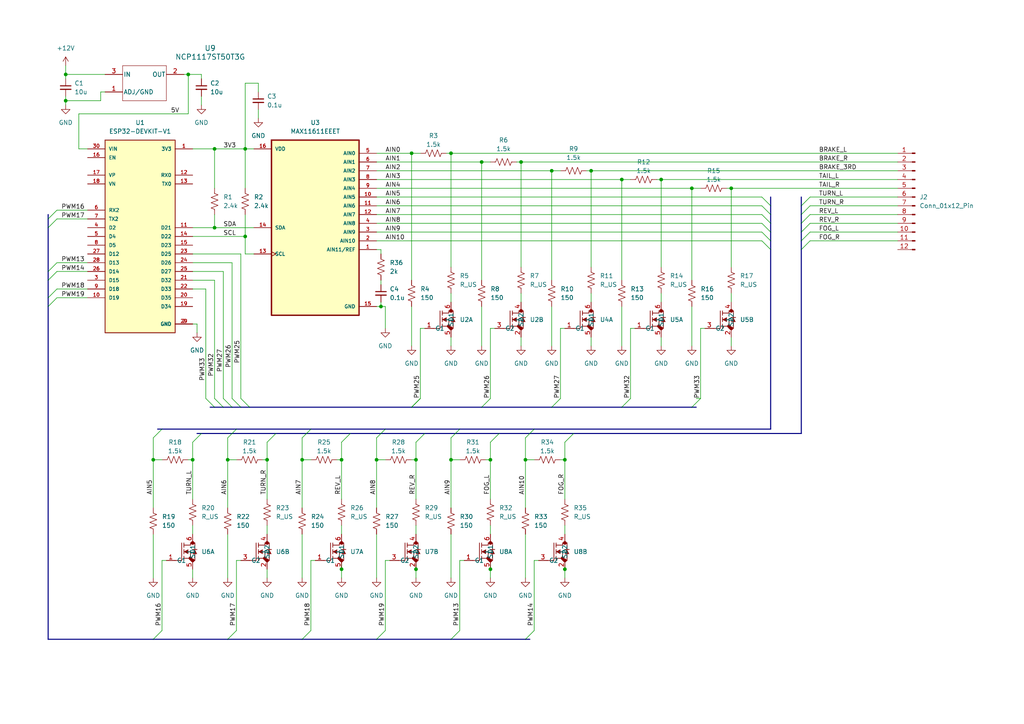
<source format=kicad_sch>
(kicad_sch (version 20230121) (generator eeschema)
  (paper "A4")
  (title_block (rev "1"))
  (lib_symbols
    (symbol "Connector:Conn_01x12_Pin" (pin_names (offset 1.016) hide)
      (property "Reference" "J" (at 0 15.24 0))
      (property "Value" "Conn_01x12_Pin" (at 0 -17.78 0))
      (symbol "Conn_01x12_Pin_1_1"
        (polyline (pts (xy 1.27 -15.24) (xy 0.8636 -15.24)) (stroke (width 0.1524)))
        (polyline (pts (xy 1.27 -12.7) (xy 0.8636 -12.7)) (stroke (width 0.1524)))
        (polyline (pts (xy 1.27 -10.16) (xy 0.8636 -10.16)) (stroke (width 0.1524)))
        (polyline (pts (xy 1.27 -7.62) (xy 0.8636 -7.62)) (stroke (width 0.1524)))
        (polyline (pts (xy 1.27 -5.08) (xy 0.8636 -5.08)) (stroke (width 0.1524)))
        (polyline (pts (xy 1.27 -2.54) (xy 0.8636 -2.54)) (stroke (width 0.1524)))
        (polyline (pts (xy 1.27 0) (xy 0.8636 0)) (stroke (width 0.1524)))
        (polyline (pts (xy 1.27 2.54) (xy 0.8636 2.54)) (stroke (width 0.1524)))
        (polyline (pts (xy 1.27 5.08) (xy 0.8636 5.08)) (stroke (width 0.1524)))
        (polyline (pts (xy 1.27 7.62) (xy 0.8636 7.62)) (stroke (width 0.1524)))
        (polyline (pts (xy 1.27 10.16) (xy 0.8636 10.16)) (stroke (width 0.1524)))
        (polyline (pts (xy 1.27 12.7) (xy 0.8636 12.7)) (stroke (width 0.1524)))
        (rectangle (start 0.8636 -15.113) (end 0 -15.367) (stroke (width 0.1524)) (fill (type outline)))
        (rectangle (start 0.8636 -12.573) (end 0 -12.827) (stroke (width 0.1524)) (fill (type outline)))
        (rectangle (start 0.8636 -10.033) (end 0 -10.287) (stroke (width 0.1524)) (fill (type outline)))
        (rectangle (start 0.8636 -7.493) (end 0 -7.747) (stroke (width 0.1524)) (fill (type outline)))
        (rectangle (start 0.8636 -4.953) (end 0 -5.207) (stroke (width 0.1524)) (fill (type outline)))
        (rectangle (start 0.8636 -2.413) (end 0 -2.667) (stroke (width 0.1524)) (fill (type outline)))
        (rectangle (start 0.8636 0.127) (end 0 -0.127) (stroke (width 0.1524)) (fill (type outline)))
        (rectangle (start 0.8636 2.667) (end 0 2.413) (stroke (width 0.1524)) (fill (type outline)))
        (rectangle (start 0.8636 5.207) (end 0 4.953) (stroke (width 0.1524)) (fill (type outline)))
        (rectangle (start 0.8636 7.747) (end 0 7.493) (stroke (width 0.1524)) (fill (type outline)))
        (rectangle (start 0.8636 10.287) (end 0 10.033) (stroke (width 0.1524)) (fill (type outline)))
        (rectangle (start 0.8636 12.827) (end 0 12.573) (stroke (width 0.1524)) (fill (type outline)))
        (pin passive line (at 5.08 12.7 180) (length 3.81) (name "Pin_1") (number "1"))
        (pin passive line (at 5.08 -10.16 180) (length 3.81) (name "Pin_10") (number "10"))
        (pin passive line (at 5.08 -12.7 180) (length 3.81) (name "Pin_11") (number "11"))
        (pin passive line (at 5.08 -15.24 180) (length 3.81) (name "Pin_12") (number "12"))
        (pin passive line (at 5.08 10.16 180) (length 3.81) (name "Pin_2") (number "2"))
        (pin passive line (at 5.08 7.62 180) (length 3.81) (name "Pin_3") (number "3"))
        (pin passive line (at 5.08 5.08 180) (length 3.81) (name "Pin_4") (number "4"))
        (pin passive line (at 5.08 2.54 180) (length 3.81) (name "Pin_5") (number "5"))
        (pin passive line (at 5.08 0 180) (length 3.81) (name "Pin_6") (number "6"))
        (pin passive line (at 5.08 -2.54 180) (length 3.81) (name "Pin_7") (number "7"))
        (pin passive line (at 5.08 -5.08 180) (length 3.81) (name "Pin_8") (number "8"))
        (pin passive line (at 5.08 -7.62 180) (length 3.81) (name "Pin_9") (number "9"))
      )
    )
    (symbol "Device:C_Small" (pin_numbers hide) (pin_names (offset 0.254) hide)
      (property "Reference" "C" (at 0.254 1.778 0))
      (property "Value" "C_Small" (at 0.254 -2.032 0))
      (symbol "C_Small_0_1"
        (polyline (pts (xy -1.524 -0.508) (xy 1.524 -0.508)) (stroke (width 0.3302)))
        (polyline (pts (xy -1.524 0.508) (xy 1.524 0.508)) (stroke (width 0.3048)))
      )
      (symbol "C_Small_1_1"
        (pin passive line (at 0 2.54 270) (length 2.032) (name "~") (number "1"))
        (pin passive line (at 0 -2.54 90) (length 2.032) (name "~") (number "2"))
      )
    )
    (symbol "Device:R_US" (pin_numbers hide) (pin_names (offset 0))
      (property "Reference" "R" (at 2.54 0 90))
      (property "Value" "R_US" (at -2.54 0 90))
      (symbol "R_US_0_1"
        (polyline (pts (xy 0 -2.286) (xy 0 -2.54)))
        (polyline (pts (xy 0 2.286) (xy 0 2.54)))
        (polyline (pts (xy 0 -0.762) (xy 1.016 -1.143) (xy 0 -1.524) (xy -1.016 -1.905) (xy 0 -2.286)))
        (polyline (pts (xy 0 0.762) (xy 1.016 0.381) (xy 0 0) (xy -1.016 -0.381) (xy 0 -0.762)))
        (polyline (pts (xy 0 2.286) (xy 1.016 1.905) (xy 0 1.524) (xy -1.016 1.143) (xy 0 0.762)))
      )
      (symbol "R_US_1_1"
        (pin passive line (at 0 3.81 270) (length 1.27) (name "~") (number "1"))
        (pin passive line (at 0 -3.81 90) (length 1.27) (name "~") (number "2"))
      )
    )
    (symbol "czabel_personal:ESP32-DEVKIT-V1" (pin_names (offset 1.016))
      (property "Reference" "U" (at -10.16 30.48 0))
      (property "Value" "ESP32-DEVKIT-V1" (at -10.16 -30.48 0))
      (symbol "ESP32-DEVKIT-V1_0_0"
        (rectangle (start -10.16 -27.94) (end 10.16 27.94) (stroke (width 0.254)) (fill (type background)))
        (pin output line (at 15.24 25.4 180) (length 5.08) (name "3V3") (number "1"))
        (pin bidirectional line (at -15.24 -17.78 0) (length 5.08) (name "D19") (number "10"))
        (pin bidirectional line (at 15.24 2.54 180) (length 5.08) (name "D21") (number "11"))
        (pin input line (at 15.24 17.78 180) (length 5.08) (name "RX0") (number "12"))
        (pin output line (at 15.24 15.24 180) (length 5.08) (name "TX0") (number "13"))
        (pin bidirectional line (at 15.24 0 180) (length 5.08) (name "D22") (number "14"))
        (pin bidirectional line (at 15.24 -2.54 180) (length 5.08) (name "D23") (number "15"))
        (pin input line (at -15.24 22.86 0) (length 5.08) (name "EN") (number "16"))
        (pin bidirectional line (at -15.24 17.78 0) (length 5.08) (name "VP") (number "17"))
        (pin bidirectional line (at -15.24 15.24 0) (length 5.08) (name "VN") (number "18"))
        (pin bidirectional line (at 15.24 -20.32 180) (length 5.08) (name "D34") (number "19"))
        (pin power_in line (at 15.24 -25.4 180) (length 5.08) (name "GND") (number "2"))
        (pin bidirectional line (at 15.24 -17.78 180) (length 5.08) (name "D35") (number "20"))
        (pin bidirectional line (at 15.24 -12.7 180) (length 5.08) (name "D32") (number "21"))
        (pin bidirectional line (at 15.24 -15.24 180) (length 5.08) (name "D33") (number "22"))
        (pin bidirectional line (at 15.24 -5.08 180) (length 5.08) (name "D25") (number "23"))
        (pin bidirectional line (at 15.24 -7.62 180) (length 5.08) (name "D26") (number "24"))
        (pin bidirectional line (at 15.24 -10.16 180) (length 5.08) (name "D27") (number "25"))
        (pin bidirectional line (at -15.24 -10.16 0) (length 5.08) (name "D14") (number "26"))
        (pin bidirectional line (at -15.24 -5.08 0) (length 5.08) (name "D12") (number "27"))
        (pin bidirectional line (at -15.24 -7.62 0) (length 5.08) (name "D13") (number "28"))
        (pin power_in line (at 15.24 -25.4 180) (length 5.08) (name "GND") (number "29"))
        (pin bidirectional line (at -15.24 -12.7 0) (length 5.08) (name "D15") (number "3"))
        (pin input line (at -15.24 25.4 0) (length 5.08) (name "VIN") (number "30"))
        (pin bidirectional line (at -15.24 2.54 0) (length 5.08) (name "D2") (number "4"))
        (pin bidirectional line (at -15.24 0 0) (length 5.08) (name "D4") (number "5"))
        (pin input line (at -15.24 7.62 0) (length 5.08) (name "RX2") (number "6"))
        (pin output line (at -15.24 5.08 0) (length 5.08) (name "TX2") (number "7"))
        (pin bidirectional line (at -15.24 -2.54 0) (length 5.08) (name "D5") (number "8"))
        (pin bidirectional line (at -15.24 -15.24 0) (length 5.08) (name "D18") (number "9"))
      )
    )
    (symbol "czabel_personal:MAX11611EEET" (pin_names (offset 1.016))
      (property "Reference" "U" (at -12.7 26.4 0))
      (property "Value" "MAX11611EEET" (at -12.7 -29.4 0))
      (symbol "MAX11611EEET_0_0"
        (rectangle (start -12.7 -25.4) (end 12.7 25.4) (stroke (width 0.41)) (fill (type background)))
        (pin input line (at 17.78 -6.35 180) (length 5.08) (name "AIN11/REF") (number "1"))
        (pin input line (at 17.78 8.89 180) (length 5.08) (name "AIN5") (number "10"))
        (pin input line (at 17.78 6.35 180) (length 5.08) (name "AIN6") (number "11"))
        (pin input line (at 17.78 3.81 180) (length 5.08) (name "AIN7") (number "12"))
        (pin input clock (at -17.78 -7.62 0) (length 5.08) (name "SCL") (number "13"))
        (pin bidirectional line (at -17.78 0 0) (length 5.08) (name "SDA") (number "14"))
        (pin power_in line (at 17.78 -22.86 180) (length 5.08) (name "GND") (number "15"))
        (pin power_in line (at -17.78 22.86 0) (length 5.08) (name "VDD") (number "16"))
        (pin input line (at 17.78 -3.81 180) (length 5.08) (name "AIN10") (number "2"))
        (pin input line (at 17.78 -1.27 180) (length 5.08) (name "AIN9") (number "3"))
        (pin input line (at 17.78 1.27 180) (length 5.08) (name "AIN8") (number "4"))
        (pin input line (at 17.78 21.59 180) (length 5.08) (name "AIN0") (number "5"))
        (pin input line (at 17.78 19.05 180) (length 5.08) (name "AIN1") (number "6"))
        (pin input line (at 17.78 16.51 180) (length 5.08) (name "AIN2") (number "7"))
        (pin input line (at 17.78 13.97 180) (length 5.08) (name "AIN3") (number "8"))
        (pin input line (at 17.78 11.43 180) (length 5.08) (name "AIN4") (number "9"))
      )
    )
    (symbol "czabel_personal:NCP1117ST50T3G" (pin_names (offset 0.254))
      (property "Reference" "U" (at 8.89 6.35 0))
      (property "Value" "NCP1117ST50T3G" (at 13.97 -6.35 0))
      (symbol "NCP1117ST50T3G_0_1"
        (polyline (pts (xy 7.62 -5.08) (xy 20.32 -5.08)) (stroke (width 0.127)))
        (polyline (pts (xy 7.62 5.08) (xy 7.62 -5.08)) (stroke (width 0.127)))
        (polyline (pts (xy 20.32 -5.08) (xy 20.32 5.08)) (stroke (width 0.127)))
        (polyline (pts (xy 20.32 5.08) (xy 7.62 5.08)) (stroke (width 0.127)))
      )
      (symbol "NCP1117ST50T3G_1_1"
        (pin bidirectional line (at 2.54 -2.54 0) (length 5.08) (name "ADJ/GND") (number "1"))
        (pin output line (at 25.4 2.54 180) (length 5.08) (name "OUT") (number "2"))
        (pin input line (at 2.54 2.54 0) (length 5.08) (name "IN") (number "3"))
      )
    )
    (symbol "czabel_personal:SI3900DV"
      (property "Reference" "U" (at 3.81 2.54 0))
      (symbol "SI3900DV_0_1"
        (polyline (pts (xy -3.81 -2.54) (xy -1.905 -2.54)) (stroke (width 0.2032)))
        (polyline (pts (xy -1.905 -2.54) (xy -1.905 2.54)) (stroke (width 0.2032)))
        (polyline (pts (xy -1.27 -2.54) (xy -1.27 -1.27)) (stroke (width 0.2032)))
        (polyline (pts (xy -1.27 -1.905) (xy 0.635 -1.905)) (stroke (width 0.2032)))
        (polyline (pts (xy -1.27 -0.635) (xy -1.27 0.635)) (stroke (width 0.2032)))
        (polyline (pts (xy -1.27 1.27) (xy -1.27 2.54)) (stroke (width 0.2032)))
        (polyline (pts (xy -1.27 1.905) (xy 0.635 1.905)) (stroke (width 0.2032)))
        (polyline (pts (xy 0 0) (xy 0.635 0)) (stroke (width 0.2032)))
        (polyline (pts (xy 0.635 -2.54) (xy 0.635 0)) (stroke (width 0.2032)))
        (polyline (pts (xy 0.635 -2.54) (xy 1.905 -2.54)) (stroke (width 0.2032)))
        (polyline (pts (xy 0.635 1.905) (xy 0.635 2.54)) (stroke (width 0.2032)))
        (polyline (pts (xy 0.635 2.54) (xy 1.905 2.54)) (stroke (width 0.2032)))
        (polyline (pts (xy 1.905 -2.54) (xy 1.905 -0.635)) (stroke (width 0.2032)))
        (polyline (pts (xy 1.905 0.635) (xy 1.905 2.54)) (stroke (width 0.2032)))
        (polyline (pts (xy 2.54 0.635) (xy 1.27 0.635)) (stroke (width 0.2032)))
        (polyline (pts (xy 0 0.635) (xy -1.27 0) (xy 0 -0.635)) (stroke (width 0.0254)) (fill (type outline)))
        (polyline (pts (xy 2.54 -0.635) (xy 1.27 -0.635) (xy 1.905 0.635)) (stroke (width 0.0254)) (fill (type outline)))
        (circle (center 0.635 -1.905) (radius 0.0254) (stroke (width 0.508)))
        (circle (center 1.27 -2.54) (radius 0.0254) (stroke (width 0.508)))
        (circle (center 1.27 2.54) (radius 0.0254) (stroke (width 0.508)))
      )
      (symbol "SI3900DV_1_1"
        (pin bidirectional line (at -6.35 -2.54 0) (length 2.54) (name "G1") (number "1"))
        (pin bidirectional line (at 1.27 -5.08 90) (length 2.54) (name "S1") (number "5"))
        (pin bidirectional line (at 1.27 5.08 270) (length 2.54) (name "D1") (number "6"))
      )
      (symbol "SI3900DV_2_1"
        (pin bidirectional line (at 1.27 -5.08 90) (length 2.54) (name "S2") (number "2"))
        (pin bidirectional line (at -6.35 -2.54 0) (length 2.54) (name "G2") (number "3"))
        (pin bidirectional line (at 1.27 5.08 270) (length 2.54) (name "D2") (number "4"))
      )
    )
    (symbol "power:+12V" (power) (pin_names (offset 0))
      (property "Value" "+12V" (at 0 3.556 0))
      (symbol "+12V_0_1"
        (polyline (pts (xy -0.762 1.27) (xy 0 2.54)))
        (polyline (pts (xy 0 0) (xy 0 2.54)))
        (polyline (pts (xy 0 2.54) (xy 0.762 1.27)))
      )
      (symbol "+12V_1_1"
        (pin power_in line (at 0 0 90) (length 0) hide (name "+12V") (number "1"))
      )
    )
    (symbol "power:GND" (power) (pin_names (offset 0))
      (property "Value" "GND" (at 0 -3.81 0))
      (symbol "GND_0_1"
        (polyline (pts (xy 0 0) (xy 0 -1.27) (xy 1.27 -1.27) (xy 0 -2.54) (xy -1.27 -1.27) (xy 0 -1.27)))
      )
      (symbol "GND_1_1"
        (pin power_in line (at 0 0 270) (length 0) hide (name "GND") (number "1"))
      )
    )
  )
  (junction (at 163.83 133.35))
  (junction (at 200.66 54.61))
  (junction (at 77.47 133.35))
  (junction (at 152.4 133.35))
  (junction (at 120.65 133.35))
  (junction (at 99.06 165.1))
  (junction (at 142.24 133.35))
  (junction (at 99.06 133.35))
  (junction (at 191.77 52.07))
  (junction (at 19.05 29.21))
  (junction (at 71.12 43.18))
  (junction (at 171.45 49.53))
  (junction (at 109.22 133.35))
  (junction (at 139.7 46.99))
  (junction (at 119.38 44.45))
  (junction (at 62.23 43.18))
  (junction (at 55.88 133.35))
  (junction (at 71.12 68.58))
  (junction (at 54.61 21.59))
  (junction (at 66.04 133.35))
  (junction (at 180.34 52.07))
  (junction (at 44.45 133.35))
  (junction (at 130.81 44.45))
  (junction (at 212.09 54.61))
  (junction (at 130.81 133.35))
  (junction (at 163.83 165.1))
  (junction (at 19.05 21.59))
  (junction (at 62.23 66.04))
  (junction (at 110.49 88.9))
  (junction (at 120.65 165.1))
  (junction (at 160.02 49.53))
  (junction (at 142.24 165.1))
  (junction (at 151.13 46.99))
  (junction (at 87.63 133.35))
  (bus_entry (at 133.35 124.46) (size -2.54 2.54))
  (bus_entry (at 13.97 66.04) (size 2.54 -2.54))
  (bus_entry (at 232.41 67.31) (size 2.54 -2.54))
  (bus_entry (at 139.7 118.11) (size 2.54 -2.54))
  (bus_entry (at 13.97 88.9) (size 2.54 -2.54))
  (bus_entry (at 64.77 118.11) (size -2.54 -2.54))
  (bus_entry (at 232.41 72.39) (size 2.54 -2.54))
  (bus_entry (at 160.02 118.11) (size 2.54 -2.54))
  (bus_entry (at 223.52 69.85) (size -2.54 -2.54))
  (bus_entry (at 232.41 59.69) (size 2.54 -2.54))
  (bus_entry (at 44.45 185.42) (size 2.54 -2.54))
  (bus_entry (at 90.17 124.46) (size -2.54 2.54))
  (bus_entry (at 123.19 125.73) (size -2.54 2.54))
  (bus_entry (at 144.78 125.73) (size -2.54 2.54))
  (bus_entry (at 58.42 125.73) (size -2.54 2.54))
  (bus_entry (at 119.38 118.11) (size 2.54 -2.54))
  (bus_entry (at 223.52 59.69) (size -2.54 -2.54))
  (bus_entry (at 67.31 118.11) (size -2.54 -2.54))
  (bus_entry (at 46.99 124.46) (size -2.54 2.54))
  (bus_entry (at 232.41 62.23) (size 2.54 -2.54))
  (bus_entry (at 101.6 125.73) (size -2.54 2.54))
  (bus_entry (at 13.97 63.5) (size 2.54 -2.54))
  (bus_entry (at 119.38 118.11) (size 2.54 -2.54))
  (bus_entry (at 223.52 64.77) (size -2.54 -2.54))
  (bus_entry (at 154.94 124.46) (size -2.54 2.54))
  (bus_entry (at 232.41 69.85) (size 2.54 -2.54))
  (bus_entry (at 200.66 118.11) (size 2.54 -2.54))
  (bus_entry (at 87.63 185.42) (size 2.54 -2.54))
  (bus_entry (at 68.58 124.46) (size -2.54 2.54))
  (bus_entry (at 62.23 118.11) (size -2.54 -2.54))
  (bus_entry (at 13.97 86.36) (size 2.54 -2.54))
  (bus_entry (at 66.04 185.42) (size 2.54 -2.54))
  (bus_entry (at 223.52 62.23) (size -2.54 -2.54))
  (bus_entry (at 72.39 118.11) (size -2.54 -2.54))
  (bus_entry (at 80.01 125.73) (size -2.54 2.54))
  (bus_entry (at 69.85 118.11) (size -2.54 -2.54))
  (bus_entry (at 13.97 81.28) (size 2.54 -2.54))
  (bus_entry (at 166.37 125.73) (size -2.54 2.54))
  (bus_entry (at 180.34 118.11) (size 2.54 -2.54))
  (bus_entry (at 111.76 124.46) (size -2.54 2.54))
  (bus_entry (at 223.52 67.31) (size -2.54 -2.54))
  (bus_entry (at 13.97 78.74) (size 2.54 -2.54))
  (bus_entry (at 130.81 185.42) (size 2.54 -2.54))
  (bus_entry (at 152.4 185.42) (size 2.54 -2.54))
  (bus_entry (at 109.22 185.42) (size 2.54 -2.54))
  (bus_entry (at 232.41 64.77) (size 2.54 -2.54))
  (bus_entry (at 223.52 72.39) (size -2.54 -2.54))
  (wire (pts (xy 130.81 154.94) (xy 130.81 167.64)))
  (bus (pts (xy 46.99 124.46) (xy 68.58 124.46)))
  (bus (pts (xy 223.52 59.69) (xy 223.52 62.23)))
  (wire (pts (xy 109.22 44.45) (xy 119.38 44.45)))
  (wire (pts (xy 119.38 44.45) (xy 121.92 44.45)))
  (wire (pts (xy 180.34 52.07) (xy 180.34 81.28)))
  (wire (pts (xy 109.22 127) (xy 109.22 133.35)))
  (wire (pts (xy 200.66 54.61) (xy 200.66 81.28)))
  (wire (pts (xy 142.24 95.25) (xy 142.24 115.57)))
  (bus (pts (xy 69.85 118.11) (xy 72.39 118.11)))
  (bus (pts (xy 160.02 118.11) (xy 180.34 118.11)))
  (wire (pts (xy 191.77 97.79) (xy 191.77 100.33)))
  (bus (pts (xy 80.01 125.73) (xy 101.6 125.73)))
  (wire (pts (xy 62.23 62.23) (xy 62.23 66.04)))
  (wire (pts (xy 55.88 76.2) (xy 67.31 76.2)))
  (wire (pts (xy 143.51 95.25) (xy 142.24 95.25)))
  (wire (pts (xy 99.06 152.4) (xy 99.06 154.94)))
  (wire (pts (xy 44.45 133.35) (xy 46.99 133.35)))
  (bus (pts (xy 130.81 185.42) (xy 152.4 185.42)))
  (bus (pts (xy 87.63 185.42) (xy 109.22 185.42)))
  (wire (pts (xy 130.81 44.45) (xy 130.81 77.47)))
  (bus (pts (xy 223.52 62.23) (xy 223.52 64.77)))
  (wire (pts (xy 30.48 26.67) (xy 29.21 26.67)))
  (bus (pts (xy 13.97 185.42) (xy 44.45 185.42)))
  (wire (pts (xy 182.88 95.25) (xy 184.15 95.25)))
  (wire (pts (xy 109.22 88.9) (xy 110.49 88.9)))
  (wire (pts (xy 200.66 88.9) (xy 200.66 100.33)))
  (wire (pts (xy 55.88 133.35) (xy 55.88 144.78)))
  (wire (pts (xy 130.81 147.32) (xy 130.81 133.35)))
  (bus (pts (xy 13.97 63.5) (xy 13.97 66.04)))
  (wire (pts (xy 54.61 21.59) (xy 54.61 33.02)))
  (wire (pts (xy 99.06 128.27) (xy 99.06 133.35)))
  (bus (pts (xy 139.7 118.11) (xy 119.38 118.11)))
  (wire (pts (xy 156.21 162.56) (xy 154.94 162.56)))
  (wire (pts (xy 119.38 88.9) (xy 119.38 100.33)))
  (wire (pts (xy 62.23 81.28) (xy 62.23 115.57)))
  (wire (pts (xy 113.03 162.56) (xy 111.76 162.56)))
  (wire (pts (xy 29.21 26.67) (xy 29.21 29.21)))
  (wire (pts (xy 74.93 31.75) (xy 74.93 34.29)))
  (bus (pts (xy 139.7 118.11) (xy 160.02 118.11)))
  (wire (pts (xy 149.86 46.99) (xy 151.13 46.99)))
  (wire (pts (xy 109.22 69.85) (xy 220.98 69.85)))
  (wire (pts (xy 87.63 133.35) (xy 90.17 133.35)))
  (wire (pts (xy 16.51 76.2) (xy 25.4 76.2)))
  (wire (pts (xy 19.05 21.59) (xy 30.48 21.59)))
  (wire (pts (xy 152.4 154.94) (xy 152.4 167.64)))
  (bus (pts (xy 13.97 66.04) (xy 13.97 78.74)))
  (wire (pts (xy 74.93 26.67) (xy 74.93 24.13)))
  (bus (pts (xy 232.41 57.15) (xy 232.41 59.69)))
  (wire (pts (xy 71.12 24.13) (xy 71.12 43.18)))
  (wire (pts (xy 109.22 59.69) (xy 220.98 59.69)))
  (wire (pts (xy 48.26 162.56) (xy 46.99 162.56)))
  (wire (pts (xy 180.34 52.07) (xy 182.88 52.07)))
  (wire (pts (xy 129.54 44.45) (xy 130.81 44.45)))
  (wire (pts (xy 109.22 46.99) (xy 139.7 46.99)))
  (wire (pts (xy 120.65 152.4) (xy 120.65 154.94)))
  (wire (pts (xy 110.49 81.28) (xy 110.49 82.55)))
  (wire (pts (xy 46.99 162.56) (xy 46.99 182.88)))
  (wire (pts (xy 139.7 46.99) (xy 142.24 46.99)))
  (wire (pts (xy 234.95 64.77) (xy 260.35 64.77)))
  (wire (pts (xy 212.09 97.79) (xy 212.09 100.33)))
  (bus (pts (xy 109.22 185.42) (xy 130.81 185.42)))
  (bus (pts (xy 223.52 67.31) (xy 223.52 69.85)))
  (wire (pts (xy 55.88 78.74) (xy 64.77 78.74)))
  (wire (pts (xy 57.15 93.98) (xy 57.15 96.52)))
  (wire (pts (xy 110.49 72.39) (xy 110.49 73.66)))
  (wire (pts (xy 234.95 57.15) (xy 260.35 57.15)))
  (bus (pts (xy 58.42 125.73) (xy 80.01 125.73)))
  (bus (pts (xy 72.39 118.11) (xy 119.38 118.11)))
  (wire (pts (xy 110.49 88.9) (xy 111.76 88.9)))
  (wire (pts (xy 71.12 62.23) (xy 71.12 68.58)))
  (bus (pts (xy 144.78 125.73) (xy 166.37 125.73)))
  (wire (pts (xy 160.02 88.9) (xy 160.02 100.33)))
  (wire (pts (xy 210.82 54.61) (xy 212.09 54.61)))
  (wire (pts (xy 109.22 54.61) (xy 200.66 54.61)))
  (wire (pts (xy 133.35 162.56) (xy 133.35 182.88)))
  (bus (pts (xy 62.23 118.11) (xy 64.77 118.11)))
  (wire (pts (xy 62.23 66.04) (xy 73.66 66.04)))
  (wire (pts (xy 163.83 152.4) (xy 163.83 154.94)))
  (bus (pts (xy 67.31 118.11) (xy 69.85 118.11)))
  (wire (pts (xy 58.42 21.59) (xy 58.42 22.86)))
  (wire (pts (xy 152.4 147.32) (xy 152.4 133.35)))
  (wire (pts (xy 162.56 133.35) (xy 163.83 133.35)))
  (bus (pts (xy 45.72 124.46) (xy 46.99 124.46)))
  (bus (pts (xy 44.45 185.42) (xy 66.04 185.42)))
  (wire (pts (xy 55.88 152.4) (xy 55.88 154.94)))
  (wire (pts (xy 99.06 163.83) (xy 99.06 165.1)))
  (bus (pts (xy 232.41 59.69) (xy 232.41 62.23)))
  (wire (pts (xy 152.4 127) (xy 152.4 133.35)))
  (wire (pts (xy 163.83 95.25) (xy 162.56 95.25)))
  (bus (pts (xy 60.96 118.11) (xy 62.23 118.11)))
  (wire (pts (xy 55.88 66.04) (xy 62.23 66.04)))
  (wire (pts (xy 111.76 162.56) (xy 111.76 182.88)))
  (bus (pts (xy 232.41 67.31) (xy 232.41 69.85)))
  (bus (pts (xy 223.52 57.15) (xy 223.52 59.69)))
  (wire (pts (xy 97.79 133.35) (xy 99.06 133.35)))
  (wire (pts (xy 120.65 165.1) (xy 120.65 167.64)))
  (wire (pts (xy 44.45 147.32) (xy 44.45 133.35)))
  (bus (pts (xy 57.15 125.73) (xy 58.42 125.73)))
  (wire (pts (xy 120.65 133.35) (xy 120.65 144.78)))
  (wire (pts (xy 190.5 52.07) (xy 191.77 52.07)))
  (wire (pts (xy 109.22 133.35) (xy 111.76 133.35)))
  (wire (pts (xy 154.94 162.56) (xy 154.94 182.88)))
  (wire (pts (xy 69.85 73.66) (xy 69.85 115.57)))
  (wire (pts (xy 44.45 127) (xy 44.45 133.35)))
  (wire (pts (xy 16.51 63.5) (xy 25.4 63.5)))
  (wire (pts (xy 99.06 133.35) (xy 99.06 144.78)))
  (wire (pts (xy 109.22 72.39) (xy 110.49 72.39)))
  (bus (pts (xy 232.41 69.85) (xy 232.41 72.39)))
  (wire (pts (xy 111.76 88.9) (xy 111.76 95.25)))
  (bus (pts (xy 13.97 86.36) (xy 13.97 88.9)))
  (wire (pts (xy 151.13 85.09) (xy 151.13 87.63)))
  (wire (pts (xy 151.13 46.99) (xy 260.35 46.99)))
  (wire (pts (xy 119.38 133.35) (xy 120.65 133.35)))
  (bus (pts (xy 13.97 62.23) (xy 13.97 63.5)))
  (bus (pts (xy 166.37 125.73) (xy 232.41 125.73)))
  (bus (pts (xy 200.66 118.11) (xy 201.93 118.11)))
  (wire (pts (xy 66.04 154.94) (xy 66.04 167.64)))
  (wire (pts (xy 212.09 85.09) (xy 212.09 87.63)))
  (bus (pts (xy 66.04 185.42) (xy 87.63 185.42)))
  (wire (pts (xy 99.06 165.1) (xy 99.06 167.64)))
  (bus (pts (xy 123.19 125.73) (xy 144.78 125.73)))
  (wire (pts (xy 139.7 88.9) (xy 139.7 100.33)))
  (wire (pts (xy 19.05 21.59) (xy 19.05 22.86)))
  (wire (pts (xy 191.77 85.09) (xy 191.77 87.63)))
  (wire (pts (xy 71.12 68.58) (xy 55.88 68.58)))
  (wire (pts (xy 55.88 81.28) (xy 62.23 81.28)))
  (wire (pts (xy 109.22 67.31) (xy 220.98 67.31)))
  (bus (pts (xy 13.97 78.74) (xy 13.97 81.28)))
  (wire (pts (xy 77.47 133.35) (xy 77.47 144.78)))
  (wire (pts (xy 55.88 93.98) (xy 57.15 93.98)))
  (wire (pts (xy 19.05 29.21) (xy 29.21 29.21)))
  (wire (pts (xy 69.85 162.56) (xy 68.58 162.56)))
  (wire (pts (xy 234.95 69.85) (xy 260.35 69.85)))
  (wire (pts (xy 212.09 54.61) (xy 260.35 54.61)))
  (wire (pts (xy 140.97 133.35) (xy 142.24 133.35)))
  (wire (pts (xy 19.05 19.05) (xy 19.05 21.59)))
  (wire (pts (xy 64.77 78.74) (xy 64.77 115.57)))
  (wire (pts (xy 109.22 57.15) (xy 220.98 57.15)))
  (wire (pts (xy 139.7 46.99) (xy 139.7 81.28)))
  (wire (pts (xy 170.18 49.53) (xy 171.45 49.53)))
  (wire (pts (xy 163.83 165.1) (xy 163.83 167.64)))
  (wire (pts (xy 74.93 24.13) (xy 71.12 24.13)))
  (wire (pts (xy 62.23 43.18) (xy 62.23 54.61)))
  (wire (pts (xy 77.47 128.27) (xy 77.47 133.35)))
  (wire (pts (xy 44.45 154.94) (xy 44.45 167.64)))
  (wire (pts (xy 66.04 127) (xy 66.04 133.35)))
  (wire (pts (xy 121.92 95.25) (xy 121.92 115.57)))
  (wire (pts (xy 119.38 44.45) (xy 119.38 81.28)))
  (wire (pts (xy 134.62 162.56) (xy 133.35 162.56)))
  (wire (pts (xy 71.12 43.18) (xy 73.66 43.18)))
  (wire (pts (xy 54.61 21.59) (xy 58.42 21.59)))
  (wire (pts (xy 130.81 97.79) (xy 130.81 100.33)))
  (wire (pts (xy 160.02 49.53) (xy 162.56 49.53)))
  (bus (pts (xy 154.94 124.46) (xy 223.52 124.46)))
  (wire (pts (xy 71.12 68.58) (xy 71.12 73.66)))
  (wire (pts (xy 68.58 133.35) (xy 66.04 133.35)))
  (wire (pts (xy 16.51 78.74) (xy 25.4 78.74)))
  (wire (pts (xy 77.47 165.1) (xy 77.47 167.64)))
  (wire (pts (xy 203.2 95.25) (xy 203.2 115.57)))
  (bus (pts (xy 13.97 88.9) (xy 13.97 185.42)))
  (wire (pts (xy 87.63 154.94) (xy 87.63 167.64)))
  (wire (pts (xy 204.47 95.25) (xy 203.2 95.25)))
  (wire (pts (xy 234.95 59.69) (xy 260.35 59.69)))
  (wire (pts (xy 68.58 162.56) (xy 68.58 182.88)))
  (wire (pts (xy 171.45 49.53) (xy 260.35 49.53)))
  (wire (pts (xy 234.95 67.31) (xy 260.35 67.31)))
  (bus (pts (xy 232.41 72.39) (xy 232.41 125.73)))
  (wire (pts (xy 120.65 163.83) (xy 120.65 165.1)))
  (wire (pts (xy 54.61 33.02) (xy 22.86 33.02)))
  (wire (pts (xy 90.17 162.56) (xy 90.17 182.88)))
  (bus (pts (xy 223.52 72.39) (xy 223.52 124.46)))
  (wire (pts (xy 16.51 60.96) (xy 25.4 60.96)))
  (wire (pts (xy 120.65 128.27) (xy 120.65 133.35)))
  (wire (pts (xy 171.45 85.09) (xy 171.45 87.63)))
  (wire (pts (xy 87.63 147.32) (xy 87.63 133.35)))
  (wire (pts (xy 66.04 133.35) (xy 66.04 147.32)))
  (wire (pts (xy 22.86 43.18) (xy 25.4 43.18)))
  (bus (pts (xy 152.4 185.42) (xy 153.67 185.42)))
  (wire (pts (xy 142.24 128.27) (xy 142.24 133.35)))
  (wire (pts (xy 130.81 127) (xy 130.81 133.35)))
  (wire (pts (xy 200.66 54.61) (xy 203.2 54.61)))
  (wire (pts (xy 151.13 97.79) (xy 151.13 100.33)))
  (wire (pts (xy 130.81 133.35) (xy 133.35 133.35)))
  (wire (pts (xy 130.81 85.09) (xy 130.81 87.63)))
  (wire (pts (xy 142.24 152.4) (xy 142.24 154.94)))
  (wire (pts (xy 109.22 154.94) (xy 109.22 167.64)))
  (bus (pts (xy 111.76 124.46) (xy 133.35 124.46)))
  (bus (pts (xy 68.58 124.46) (xy 90.17 124.46)))
  (wire (pts (xy 163.83 163.83) (xy 163.83 165.1)))
  (wire (pts (xy 163.83 128.27) (xy 163.83 133.35)))
  (wire (pts (xy 123.19 95.25) (xy 121.92 95.25)))
  (wire (pts (xy 152.4 133.35) (xy 154.94 133.35)))
  (wire (pts (xy 55.88 128.27) (xy 55.88 133.35)))
  (bus (pts (xy 232.41 62.23) (xy 232.41 64.77)))
  (wire (pts (xy 171.45 97.79) (xy 171.45 100.33)))
  (wire (pts (xy 142.24 163.83) (xy 142.24 165.1)))
  (wire (pts (xy 55.88 43.18) (xy 62.23 43.18)))
  (wire (pts (xy 203.2 115.57) (xy 201.93 115.57)))
  (wire (pts (xy 110.49 87.63) (xy 110.49 88.9)))
  (wire (pts (xy 58.42 27.94) (xy 58.42 30.48)))
  (wire (pts (xy 109.22 62.23) (xy 220.98 62.23)))
  (wire (pts (xy 91.44 162.56) (xy 90.17 162.56)))
  (bus (pts (xy 232.41 64.77) (xy 232.41 67.31)))
  (wire (pts (xy 16.51 83.82) (xy 25.4 83.82)))
  (wire (pts (xy 162.56 95.25) (xy 162.56 115.57)))
  (wire (pts (xy 151.13 46.99) (xy 151.13 77.47)))
  (wire (pts (xy 59.69 115.57) (xy 59.69 83.82)))
  (wire (pts (xy 109.22 64.77) (xy 220.98 64.77)))
  (bus (pts (xy 223.52 69.85) (xy 223.52 72.39)))
  (wire (pts (xy 67.31 76.2) (xy 67.31 115.57)))
  (wire (pts (xy 191.77 52.07) (xy 191.77 77.47)))
  (wire (pts (xy 142.24 133.35) (xy 142.24 144.78)))
  (wire (pts (xy 182.88 95.25) (xy 182.88 115.57)))
  (bus (pts (xy 64.77 118.11) (xy 67.31 118.11)))
  (wire (pts (xy 16.51 86.36) (xy 25.4 86.36)))
  (wire (pts (xy 212.09 54.61) (xy 212.09 77.47)))
  (wire (pts (xy 19.05 27.94) (xy 19.05 29.21)))
  (wire (pts (xy 53.34 21.59) (xy 54.61 21.59)))
  (wire (pts (xy 71.12 43.18) (xy 71.12 54.61)))
  (wire (pts (xy 59.69 83.82) (xy 55.88 83.82)))
  (wire (pts (xy 77.47 152.4) (xy 77.47 154.94)))
  (wire (pts (xy 160.02 49.53) (xy 160.02 81.28)))
  (bus (pts (xy 90.17 124.46) (xy 111.76 124.46)))
  (wire (pts (xy 55.88 165.1) (xy 55.88 167.64)))
  (bus (pts (xy 13.97 81.28) (xy 13.97 86.36)))
  (wire (pts (xy 142.24 165.1) (xy 142.24 167.64)))
  (wire (pts (xy 130.81 44.45) (xy 260.35 44.45)))
  (bus (pts (xy 133.35 124.46) (xy 154.94 124.46)))
  (wire (pts (xy 171.45 49.53) (xy 171.45 77.47)))
  (wire (pts (xy 54.61 133.35) (xy 55.88 133.35)))
  (wire (pts (xy 76.2 133.35) (xy 77.47 133.35)))
  (wire (pts (xy 109.22 147.32) (xy 109.22 133.35)))
  (bus (pts (xy 101.6 125.73) (xy 123.19 125.73)))
  (wire (pts (xy 180.34 88.9) (xy 180.34 100.33)))
  (wire (pts (xy 22.86 33.02) (xy 22.86 43.18)))
  (bus (pts (xy 223.52 64.77) (xy 223.52 67.31)))
  (wire (pts (xy 109.22 49.53) (xy 160.02 49.53)))
  (wire (pts (xy 163.83 133.35) (xy 163.83 144.78)))
  (wire (pts (xy 234.95 62.23) (xy 260.35 62.23)))
  (bus (pts (xy 180.34 118.11) (xy 200.66 118.11)))
  (wire (pts (xy 71.12 73.66) (xy 73.66 73.66)))
  (wire (pts (xy 19.05 29.21) (xy 19.05 30.48)))
  (wire (pts (xy 191.77 52.07) (xy 260.35 52.07)))
  (wire (pts (xy 87.63 127) (xy 87.63 133.35)))
  (wire (pts (xy 62.23 43.18) (xy 71.12 43.18)))
  (wire (pts (xy 55.88 73.66) (xy 69.85 73.66)))
  (wire (pts (xy 109.22 52.07) (xy 180.34 52.07)))
  (label "AIN9" (at 111.76 67.31 0))
  (label "SDA" (at 64.77 66.04 0))
  (label "AIN4" (at 111.76 54.61 0))
  (label "AIN0" (at 111.76 44.45 0))
  (label "AIN8" (at 111.76 64.77 0))
  (label "PWM19" (at 111.76 181.61 90))
  (label "FOG_L" (at 142.24 143.51 90))
  (label "TAIL_L" (at 237.49 52.07 0))
  (label "AIN5" (at 44.45 143.51 90))
  (label "TURN_R" (at 237.49 59.69 0))
  (label "BRAKE_R" (at 237.49 46.99 0))
  (label "BRAKE_3RD" (at 237.49 49.53 0))
  (label "5V" (at 49.53 33.02 0))
  (label "TAIL_R" (at 237.49 54.61 0))
  (label "REV_R" (at 237.49 64.77 0))
  (label "PWM26" (at 67.31 106.68 90))
  (label "AIN9" (at 130.81 143.51 90))
  (label "FOG_L" (at 237.49 67.31 0))
  (label "AIN10" (at 111.76 69.85 0))
  (label "PWM32" (at 62.23 109.22 90))
  (label "TURN_L" (at 55.88 143.51 90))
  (label "AIN10" (at 152.4 143.51 90))
  (label "PWM14" (at 154.94 181.61 90))
  (label "FOG_R" (at 237.49 69.85 0))
  (label "PWM25" (at 121.92 115.57 90))
  (label "AIN2" (at 111.76 49.53 0))
  (label "PWM13" (at 17.78 76.2 0))
  (label "AIN8" (at 109.22 143.51 90))
  (label "AIN3" (at 111.76 52.07 0))
  (label "TURN_L" (at 237.49 57.15 0))
  (label "PWM32" (at 182.88 115.57 90))
  (label "PWM33" (at 59.69 110.49 90))
  (label "PWM26" (at 142.24 115.57 90))
  (label "REV_L" (at 237.49 62.23 0))
  (label "AIN6" (at 111.76 59.69 0))
  (label "AIN5" (at 111.76 57.15 0))
  (label "FOG_R" (at 163.83 143.51 90))
  (label "AIN7" (at 111.76 62.23 0))
  (label "PWM16" (at 17.78 60.96 0))
  (label "PWM16" (at 46.99 181.61 90))
  (label "AIN1" (at 111.76 46.99 0))
  (label "PWM27" (at 64.77 107.95 90))
  (label "3V3" (at 64.77 43.18 0))
  (label "PWM18" (at 90.17 181.61 90))
  (label "AIN6" (at 66.04 143.51 90))
  (label "SCL" (at 64.77 68.58 0))
  (label "PWM33" (at 203.2 115.57 90))
  (label "PWM17" (at 17.78 63.5 0))
  (label "BRAKE_L" (at 237.49 44.45 0))
  (label "REV_L" (at 99.06 143.51 90))
  (label "PWM19" (at 17.78 86.36 0))
  (label "PWM27" (at 162.56 115.57 90))
  (label "AIN7" (at 87.63 143.51 90))
  (label "TURN_R" (at 77.47 143.51 90))
  (label "PWM18" (at 17.78 83.82 0))
  (label "PWM14" (at 17.78 78.74 0))
  (label "PWM17" (at 68.58 181.61 90))
  (label "PWM25" (at 69.85 105.41 90))
  (label "PWM13" (at 133.35 181.61 90))
  (label "REV_R" (at 120.65 143.51 90))
  (symbol (lib_id "Device:R_US") (at 171.45 81.28 0) (unit 1)
    (property "Reference" "R11" (at 173.99 80.01 0) (effects (justify left)))
    (property "Value" "R_US" (at 173.99 82.55 0) (effects (justify left)))
  )
  (symbol (lib_id "Device:R_US") (at 163.83 148.59 0) (unit 1)
    (property "Reference" "R35" (at 166.37 147.32 0) (effects (justify left)))
    (property "Value" "R_US" (at 166.37 149.86 0) (effects (justify left)))
  )
  (symbol (lib_id "Device:R_US") (at 119.38 85.09 0) (unit 1)
    (property "Reference" "R4" (at 121.92 83.82 0) (effects (justify left)))
    (property "Value" "150" (at 121.92 86.36 0) (effects (justify left)))
    (property "Footprint" "Resistor_SMD:R_0805_2012Metric" (effects hide))
    (property "Manufacturer" "YAGEO" (effects hide))
    (property "Model Number" "RT0805BRD07150RL" (effects hide))
  )
  (symbol (lib_id "Device:R_US") (at 142.24 148.59 0) (unit 1)
    (property "Reference" "R32" (at 144.78 147.32 0) (effects (justify left)))
    (property "Value" "R_US" (at 144.78 149.86 0) (effects (justify left)))
  )
  (symbol (lib_id "Device:C_Small") (at 110.49 85.09 0) (unit 1)
    (property "Reference" "C4" (at 113.03 83.8263 0) (effects (justify left)))
    (property "Value" "0.1u" (at 113.03 86.3663 0) (effects (justify left)))
    (property "Footprint" "Capacitor_SMD:C_0603_1608Metric" (effects hide))
  )
  (symbol (lib_id "Device:R_US") (at 72.39 133.35 90) (unit 1)
    (property "Reference" "R21" (at 72.39 128.27 90))
    (property "Value" "1.5k" (at 72.39 130.81 90))
    (property "Footprint" "Resistor_SMD:R_0805_2012Metric" (effects hide))
    (property "Manufacturer" "YAGEO" (effects hide))
    (property "Model Number" "RT0805BRD071K5L" (effects hide))
  )
  (symbol (lib_id "Device:R_US") (at 207.01 54.61 90) (unit 1)
    (property "Reference" "R15" (at 207.01 49.53 90))
    (property "Value" "1.5k" (at 207.01 52.07 90))
    (property "Footprint" "Resistor_SMD:R_0805_2012Metric" (effects hide))
    (property "Manufacturer" "YAGEO" (effects hide))
    (property "Model Number" "RT0805BRD071K5L" (effects hide))
  )
  (symbol (lib_id "czabel_personal:SI3900DV") (at 190.5 92.71 0) (unit 1)
    (property "Reference" "U5" (at 194.31 92.71 0) (effects (justify left)))
    (property "Value" "~" (at 190.5 92.71 0))
  )
  (symbol (lib_id "Device:R_US") (at 115.57 133.35 90) (unit 1)
    (property "Reference" "R28" (at 115.57 128.27 90))
    (property "Value" "1.5k" (at 115.57 130.81 90))
    (property "Footprint" "Resistor_SMD:R_0805_2012Metric" (effects hide))
    (property "Manufacturer" "YAGEO" (effects hide))
    (property "Model Number" "RT0805BRD071K5L" (effects hide))
  )
  (symbol (lib_id "Device:R_US") (at 139.7 85.09 0) (unit 1)
    (property "Reference" "R8" (at 142.24 83.82 0) (effects (justify left)))
    (property "Value" "150" (at 142.24 86.36 0) (effects (justify left)))
    (property "Footprint" "Resistor_SMD:R_0805_2012Metric" (effects hide))
    (property "Manufacturer" "YAGEO" (effects hide))
    (property "Model Number" "RT0805BRD07150RL" (effects hide))
  )
  (symbol (lib_id "Device:R_US") (at 66.04 151.13 0) (unit 1)
    (property "Reference" "R22" (at 68.58 149.86 0) (effects (justify left)))
    (property "Value" "150" (at 68.58 152.4 0) (effects (justify left)))
    (property "Footprint" "Resistor_SMD:R_0805_2012Metric" (effects hide))
    (property "Manufacturer" "YAGEO" (effects hide))
    (property "Model Number" "RT0805BRD07150RL" (effects hide))
  )
  (symbol (lib_id "czabel_personal:SI3900DV") (at 140.97 160.02 0) (unit 1)
    (property "Reference" "U8" (at 144.78 160.02 0) (effects (justify left)))
    (property "Value" "~" (at 140.97 160.02 0))
  )
  (symbol (lib_id "power:GND") (at 44.45 167.64 0) (unit 1)
    (property "Reference" "#PWR014" (effects hide))
    (property "Value" "GND" (at 44.45 172.72 0))
  )
  (symbol (lib_id "czabel_personal:SI3900DV") (at 210.82 92.71 0) (unit 2)
    (property "Reference" "U5" (at 214.63 92.71 0) (effects (justify left)))
    (property "Value" "~" (at 210.82 92.71 0))
  )
  (symbol (lib_id "Device:R_US") (at 130.81 151.13 0) (unit 1)
    (property "Reference" "R30" (at 133.35 149.86 0) (effects (justify left)))
    (property "Value" "150" (at 133.35 152.4 0) (effects (justify left)))
    (property "Footprint" "Resistor_SMD:R_0805_2012Metric" (effects hide))
    (property "Manufacturer" "YAGEO" (effects hide))
    (property "Model Number" "RT0805BRD07150RL" (effects hide))
  )
  (symbol (lib_id "power:GND") (at 19.05 30.48 0) (unit 1)
    (property "Reference" "#PWR027" (effects hide))
    (property "Value" "GND" (at 19.05 35.56 0))
  )
  (symbol (lib_id "power:GND") (at 200.66 100.33 0) (unit 1)
    (property "Reference" "#PWR012" (effects hide))
    (property "Value" "GND" (at 200.66 105.41 0))
  )
  (symbol (lib_id "power:GND") (at 58.42 30.48 0) (unit 1)
    (property "Reference" "#PWR026" (effects hide))
    (property "Value" "GND" (at 58.42 35.56 0))
  )
  (symbol (lib_id "Device:R_US") (at 50.8 133.35 90) (unit 1)
    (property "Reference" "R18" (at 50.8 128.27 90))
    (property "Value" "1.5k" (at 50.8 130.81 90))
    (property "Footprint" "Resistor_SMD:R_0805_2012Metric" (effects hide))
    (property "Manufacturer" "YAGEO" (effects hide))
    (property "Model Number" "RT0805BRD071K5L" (effects hide))
  )
  (symbol (lib_id "power:GND") (at 119.38 100.33 0) (unit 1)
    (property "Reference" "#PWR04" (effects hide))
    (property "Value" "GND" (at 119.38 105.41 0))
  )
  (symbol (lib_id "Device:R_US") (at 44.45 151.13 0) (unit 1)
    (property "Reference" "R19" (at 46.99 149.86 0) (effects (justify left)))
    (property "Value" "150" (at 46.99 152.4 0) (effects (justify left)))
    (property "Footprint" "Resistor_SMD:R_0805_2012Metric" (effects hide))
    (property "Manufacturer" "YAGEO" (effects hide))
    (property "Model Number" "RT0805BRD07150RL" (effects hide))
  )
  (symbol (lib_id "power:GND") (at 57.15 96.52 0) (unit 1)
    (property "Reference" "#PWR02" (effects hide))
    (property "Value" "GND" (at 57.15 101.6 0))
  )
  (symbol (lib_id "Device:R_US") (at 151.13 81.28 0) (unit 1)
    (property "Reference" "R7" (at 153.67 80.01 0) (effects (justify left)))
    (property "Value" "R_US" (at 153.67 82.55 0) (effects (justify left)))
  )
  (symbol (lib_id "czabel_personal:SI3900DV") (at 149.86 92.71 0) (unit 2)
    (property "Reference" "U2" (at 153.67 92.71 0) (effects (justify left)))
    (property "Value" "~" (at 149.86 92.71 0))
  )
  (symbol (lib_id "power:GND") (at 191.77 100.33 0) (unit 1)
    (property "Reference" "#PWR011" (effects hide))
    (property "Value" "GND" (at 191.77 105.41 0))
  )
  (symbol (lib_id "Device:R_US") (at 99.06 148.59 0) (unit 1)
    (property "Reference" "R26" (at 101.6 147.32 0) (effects (justify left)))
    (property "Value" "R_US" (at 101.6 149.86 0) (effects (justify left)))
  )
  (symbol (lib_id "Device:C_Small") (at 74.93 29.21 0) (unit 1)
    (property "Reference" "C3" (at 77.47 27.9463 0) (effects (justify left)))
    (property "Value" "0.1u" (at 77.47 30.4863 0) (effects (justify left)))
    (property "Footprint" "Capacitor_SMD:C_0603_1608Metric" (effects hide))
  )
  (symbol (lib_id "czabel_personal:SI3900DV") (at 170.18 92.71 0) (unit 1)
    (property "Reference" "U4" (at 173.99 92.71 0) (effects (justify left)))
    (property "Value" "~" (at 170.18 92.71 0))
  )
  (symbol (lib_id "power:+12V") (at 19.05 19.05 0) (unit 1)
    (property "Reference" "#PWR01" (effects hide))
    (property "Value" "+12V" (at 19.05 13.97 0))
  )
  (symbol (lib_id "power:GND") (at 180.34 100.33 0) (unit 1)
    (property "Reference" "#PWR010" (effects hide))
    (property "Value" "GND" (at 180.34 105.41 0))
  )
  (symbol (lib_id "czabel_personal:SI3900DV") (at 76.2 160.02 0) (unit 2)
    (property "Reference" "U6" (at 80.01 160.02 0) (effects (justify left)))
    (property "Value" "~" (at 76.2 160.02 0))
  )
  (symbol (lib_id "power:GND") (at 87.63 167.64 0) (unit 1)
    (property "Reference" "#PWR018" (effects hide))
    (property "Value" "GND" (at 87.63 172.72 0))
  )
  (symbol (lib_id "Device:R_US") (at 130.81 81.28 0) (unit 1)
    (property "Reference" "R5" (at 133.35 80.01 0) (effects (justify left)))
    (property "Value" "R_US" (at 133.35 82.55 0) (effects (justify left)))
  )
  (symbol (lib_id "Device:C_Small") (at 19.05 25.4 0) (unit 1)
    (property "Reference" "C1" (at 21.59 24.1363 0) (effects (justify left)))
    (property "Value" "10u" (at 21.59 26.6763 0) (effects (justify left)))
    (property "Footprint" "Capacitor_SMD:C_0805_2012Metric" (effects hide))
  )
  (symbol (lib_id "power:GND") (at 160.02 100.33 0) (unit 1)
    (property "Reference" "#PWR08" (effects hide))
    (property "Value" "GND" (at 160.02 105.41 0))
  )
  (symbol (lib_id "power:GND") (at 130.81 100.33 0) (unit 1)
    (property "Reference" "#PWR05" (effects hide))
    (property "Value" "GND" (at 130.81 105.41 0))
  )
  (symbol (lib_id "Device:R_US") (at 71.12 58.42 0) (unit 1)
    (property "Reference" "R2" (at 73.66 57.15 0) (effects (justify left)))
    (property "Value" "2.4k" (at 73.66 59.69 0) (effects (justify left)))
    (property "Footprint" "Resistor_SMD:R_0805_2012Metric" (effects hide))
  )
  (symbol (lib_id "power:GND") (at 120.65 167.64 0) (unit 1)
    (property "Reference" "#PWR021" (effects hide))
    (property "Value" "GND" (at 120.65 172.72 0))
  )
  (symbol (lib_id "power:GND") (at 163.83 167.64 0) (unit 1)
    (property "Reference" "#PWR025" (effects hide))
    (property "Value" "GND" (at 163.83 172.72 0))
  )
  (symbol (lib_id "czabel_personal:SI3900DV") (at 54.61 160.02 0) (unit 1)
    (property "Reference" "U6" (at 58.42 160.02 0) (effects (justify left)))
    (property "Value" "~" (at 54.61 160.02 0))
  )
  (symbol (lib_id "Device:R_US") (at 87.63 151.13 0) (unit 1)
    (property "Reference" "R24" (at 90.17 149.86 0) (effects (justify left)))
    (property "Value" "150" (at 90.17 152.4 0) (effects (justify left)))
    (property "Footprint" "Resistor_SMD:R_0805_2012Metric" (effects hide))
    (property "Manufacturer" "YAGEO" (effects hide))
    (property "Model Number" "RT0805BRD07150RL" (effects hide))
  )
  (symbol (lib_id "Device:R_US") (at 212.09 81.28 0) (unit 1)
    (property "Reference" "R17" (at 214.63 80.01 0) (effects (justify left)))
    (property "Value" "R_US" (at 214.63 82.55 0) (effects (justify left)))
  )
  (symbol (lib_id "power:GND") (at 111.76 95.25 0) (unit 1)
    (property "Reference" "#PWR03" (effects hide))
    (property "Value" "GND" (at 111.76 100.33 0))
  )
  (symbol (lib_id "czabel_personal:SI3900DV") (at 162.56 160.02 0) (unit 2)
    (property "Reference" "U8" (at 166.37 160.02 0) (effects (justify left)))
    (property "Value" "~" (at 162.56 160.02 0))
  )
  (symbol (lib_id "power:GND") (at 99.06 167.64 0) (unit 1)
    (property "Reference" "#PWR019" (effects hide))
    (property "Value" "GND" (at 99.06 172.72 0))
  )
  (symbol (lib_id "power:GND") (at 171.45 100.33 0) (unit 1)
    (property "Reference" "#PWR09" (effects hide))
    (property "Value" "GND" (at 171.45 105.41 0))
  )
  (symbol (lib_id "Device:R_US") (at 160.02 85.09 0) (unit 1)
    (property "Reference" "R10" (at 162.56 83.82 0) (effects (justify left)))
    (property "Value" "150" (at 162.56 86.36 0) (effects (justify left)))
    (property "Footprint" "Resistor_SMD:R_0805_2012Metric" (effects hide))
    (property "Manufacturer" "YAGEO" (effects hide))
    (property "Model Number" "RT0805BRD07150RL" (effects hide))
  )
  (symbol (lib_id "Device:R_US") (at 120.65 148.59 0) (unit 1)
    (property "Reference" "R29" (at 123.19 147.32 0) (effects (justify left)))
    (property "Value" "R_US" (at 123.19 149.86 0) (effects (justify left)))
  )
  (symbol (lib_id "Device:R_US") (at 152.4 151.13 0) (unit 1)
    (property "Reference" "R33" (at 154.94 149.86 0) (effects (justify left)))
    (property "Value" "150" (at 154.94 152.4 0) (effects (justify left)))
    (property "Footprint" "Resistor_SMD:R_0805_2012Metric" (effects hide))
    (property "Manufacturer" "YAGEO" (effects hide))
    (property "Model Number" "RT0805BRD07150RL" (effects hide))
  )
  (symbol (lib_id "Connector:Conn_01x12_Pin") (at 265.43 57.15 0) (mirror y) (unit 1)
    (property "Reference" "J2" (at 266.7 57.15 0) (effects (justify right)))
    (property "Value" "Conn_01x12_Pin" (at 266.7 59.69 0) (effects (justify right)))
  )
  (symbol (lib_id "Device:R_US") (at 125.73 44.45 90) (unit 1)
    (property "Reference" "R3" (at 125.73 39.37 90))
    (property "Value" "1.5k" (at 125.73 41.91 90))
    (property "Footprint" "Resistor_SMD:R_0805_2012Metric" (effects hide))
    (property "Manufacturer" "YAGEO" (effects hide))
    (property "Model Number" "RT0805BRD071K5L" (effects hide))
  )
  (symbol (lib_id "power:GND") (at 151.13 100.33 0) (unit 1)
    (property "Reference" "#PWR06" (effects hide))
    (property "Value" "GND" (at 151.13 105.41 0))
  )
  (symbol (lib_id "Device:R_US") (at 110.49 77.47 0) (unit 1)
    (property "Reference" "R36" (at 113.03 76.2 0) (effects (justify left)))
    (property "Value" "2k" (at 113.03 78.74 0) (effects (justify left)))
    (property "Footprint" "Resistor_SMD:R_0402_1005Metric_Pad0.72x0.64mm_HandSolder" (effects hide))
  )
  (symbol (lib_id "power:GND") (at 109.22 167.64 0) (unit 1)
    (property "Reference" "#PWR020" (effects hide))
    (property "Value" "GND" (at 109.22 172.72 0))
  )
  (symbol (lib_id "czabel_personal:SI3900DV") (at 97.79 160.02 0) (unit 1)
    (property "Reference" "U7" (at 101.6 160.02 0) (effects (justify left)))
    (property "Value" "~" (at 97.79 160.02 0))
  )
  (symbol (lib_id "Device:R_US") (at 109.22 151.13 0) (unit 1)
    (property "Reference" "R27" (at 111.76 149.86 0) (effects (justify left)))
    (property "Value" "150" (at 111.76 152.4 0) (effects (justify left)))
    (property "Footprint" "Resistor_SMD:R_0805_2012Metric" (effects hide))
    (property "Manufacturer" "YAGEO" (effects hide))
    (property "Model Number" "RT0805BRD07150RL" (effects hide))
  )
  (symbol (lib_id "Device:R_US") (at 77.47 148.59 0) (unit 1)
    (property "Reference" "R23" (at 80.01 147.32 0) (effects (justify left)))
    (property "Value" "R_US" (at 80.01 149.86 0) (effects (justify left)))
  )
  (symbol (lib_id "czabel_personal:ESP32-DEVKIT-V1") (at 40.64 68.58 0) (unit 1)
    (property "Reference" "U1" (at 40.64 35.56 0))
    (property "Value" "ESP32-DEVKIT-V1" (at 40.64 38.1 0))
    (property "Footprint" "czabel_personal:ESP32_DEVKIT_V1_30PIN" (effects hide))
    (property "MF" "Do it" (effects hide))
    (property "MAXIMUM_PACKAGE_HEIGHT" "6.8 mm" (effects hide))
    (property "Package" "None" (effects hide))
    (property "Price" "None" (effects hide))
    (property "Check_prices" "https://www.snapeda.com/parts/ESP32-DEVKIT-V1/Do+it/view-part/?ref=eda" (effects hide))
    (property "STANDARD" "Manufacturer Recommendations" (effects hide))
    (property "PARTREV" "N/A" (effects hide))
    (property "SnapEDA_Link" "https://www.snapeda.com/parts/ESP32-DEVKIT-V1/Do+it/view-part/?ref=snap" (effects hide))
    (property "MP" "ESP32-DEVKIT-V1" (effects hide))
    (property "Description" "\nDual core, Wi-Fi: 2.4 GHz up to 150 Mbits/s,BLE (Bluetooth Low Energy) and legacy Bluetooth, 32 bits, Up to 240 MHz\n" (effects hide))
    (property "Availability" "Not in stock" (effects hide))
    (property "MANUFACTURER" "DOIT" (effects hide))
  )
  (symbol (lib_id "Device:R_US") (at 158.75 133.35 90) (unit 1)
    (property "Reference" "R34" (at 158.75 128.27 90))
    (property "Value" "1.5k" (at 158.75 130.81 90))
    (property "Footprint" "Resistor_SMD:R_0805_2012Metric" (effects hide))
    (property "Manufacturer" "YAGEO" (effects hide))
    (property "Model Number" "RT0805BRD071K5L" (effects hide))
  )
  (symbol (lib_id "power:GND") (at 74.93 34.29 0) (unit 1)
    (property "Reference" "#PWR028" (effects hide))
    (property "Value" "GND" (at 74.93 39.37 0))
  )
  (symbol (lib_id "power:GND") (at 77.47 167.64 0) (unit 1)
    (property "Reference" "#PWR016" (effects hide))
    (property "Value" "GND" (at 77.47 172.72 0))
  )
  (symbol (lib_id "Device:R_US") (at 191.77 81.28 0) (unit 1)
    (property "Reference" "R14" (at 194.31 80.01 0) (effects (justify left)))
    (property "Value" "R_US" (at 194.31 82.55 0) (effects (justify left)))
  )
  (symbol (lib_id "power:GND") (at 142.24 167.64 0) (unit 1)
    (property "Reference" "#PWR023" (effects hide))
    (property "Value" "GND" (at 142.24 172.72 0))
  )
  (symbol (lib_id "Device:R_US") (at 166.37 49.53 90) (unit 1)
    (property "Reference" "R9" (at 166.37 43.18 90))
    (property "Value" "1.5k" (at 166.37 45.72 90))
    (property "Footprint" "Resistor_SMD:R_0805_2012Metric" (effects hide))
    (property "Manufacturer" "YAGEO" (effects hide))
    (property "Model Number" "RT0805BRD071K5L" (effects hide))
  )
  (symbol (lib_id "czabel_personal:SI3900DV") (at 129.54 92.71 0) (unit 1)
    (property "Reference" "U2" (at 133.35 92.71 0) (effects (justify left)))
    (property "Value" "~" (at 129.54 92.71 0))
  )
  (symbol (lib_id "Device:R_US") (at 180.34 85.09 0) (unit 1)
    (property "Reference" "R13" (at 182.88 83.82 0) (effects (justify left)))
    (property "Value" "150" (at 182.88 86.36 0) (effects (justify left)))
    (property "Footprint" "Resistor_SMD:R_0805_2012Metric" (effects hide))
    (property "Manufacturer" "YAGEO" (effects hide))
    (property "Model Number" "RT0805BRD07150RL" (effects hide))
  )
  (symbol (lib_id "Device:R_US") (at 55.88 148.59 0) (unit 1)
    (property "Reference" "R20" (at 58.42 147.32 0) (effects (justify left)))
    (property "Value" "R_US" (at 58.42 149.86 0) (effects (justify left)))
  )
  (symbol (lib_id "power:GND") (at 212.09 100.33 0) (unit 1)
    (property "Reference" "#PWR013" (effects hide))
    (property "Value" "GND" (at 212.09 105.41 0))
  )
  (symbol (lib_id "czabel_personal:NCP1117ST50T3G") (at 27.94 24.13 0) (unit 1)
    (property "Reference" "U9" (at 60.96 13.97 0) (effects (font (size 1.524 1.524))))
    (property "Value" "NCP1117ST50T3G" (at 60.96 16.51 0) (effects (font (size 1.524 1.524))))
    (property "Footprint" "SOT223-3_ONS" (effects hide))
    (property "Datasheet" "NCP1117ST50T3G" (effects hide))
  )
  (symbol (lib_id "Device:C_Small") (at 58.42 25.4 0) (unit 1)
    (property "Reference" "C2" (at 60.96 24.1363 0) (effects (justify left)))
    (property "Value" "10u" (at 60.96 26.6763 0) (effects (justify left)))
    (property "Footprint" "Capacitor_SMD:C_0805_2012Metric" (effects hide))
  )
  (symbol (lib_id "Device:R_US") (at 137.16 133.35 90) (unit 1)
    (property "Reference" "R31" (at 137.16 128.27 90))
    (property "Value" "1.5k" (at 137.16 130.81 90))
    (property "Footprint" "Resistor_SMD:R_0805_2012Metric" (effects hide))
    (property "Manufacturer" "YAGEO" (effects hide))
    (property "Model Number" "RT0805BRD071K5L" (effects hide))
  )
  (symbol (lib_id "Device:R_US") (at 200.66 85.09 0) (unit 1)
    (property "Reference" "R16" (at 203.2 83.82 0) (effects (justify left)))
    (property "Value" "150" (at 203.2 86.36 0) (effects (justify left)))
    (property "Footprint" "Resistor_SMD:R_0805_2012Metric" (effects hide))
    (property "Manufacturer" "YAGEO" (effects hide))
    (property "Model Number" "RT0805BRD07150RL" (effects hide))
  )
  (symbol (lib_id "czabel_personal:SI3900DV") (at 119.38 160.02 0) (unit 2)
    (property "Reference" "U7" (at 123.19 160.02 0) (effects (justify left)))
    (property "Value" "~" (at 119.38 160.02 0))
  )
  (symbol (lib_id "czabel_personal:MAX11611EEET") (at 91.44 66.04 0) (unit 1)
    (property "Reference" "U3" (at 91.44 35.56 0))
    (property "Value" "MAX11611EEET" (at 91.44 38.1 0))
    (property "Footprint" "czabel_personal:SOP63P602X175-16N" (effects hide))
    (property "MF" "Analog Devices" (effects hide))
    (property "Description" "\nLow-Power, 4-/8-/12-Channel, I2C,10-Bit ADCs in Ultra-Small Packages\n" (effects hide))
    (property "Package" "QSOP-16 Maxim" (effects hide))
    (property "Price" "None" (effects hide))
    (property "SnapEDA_Link" "https://www.snapeda.com/parts/MAX11611EEE+T/Analog+Devices/view-part/?ref=snap" (effects hide))
    (property "MP" "MAX11611EEE+T" (effects hide))
    (property "Purchase-URL" "https://www.snapeda.com/api/url_track_click_mouser/?unipart_id=609946&manufacturer=Analog Devices&part_name=MAX11611EEE+T&search_term=None" (effects hide))
    (property "Availability" "In Stock" (effects hide))
    (property "Check_prices" "https://www.snapeda.com/parts/MAX11611EEE+T/Analog+Devices/view-part/?ref=eda" (effects hide))
  )
  (symbol (lib_id "Device:R_US") (at 146.05 46.99 90) (unit 1)
    (property "Reference" "R6" (at 146.05 40.64 90))
    (property "Value" "1.5k" (at 146.05 43.18 90))
    (property "Footprint" "Resistor_SMD:R_0805_2012Metric" (effects hide))
    (property "Manufacturer" "YAGEO" (effects hide))
    (property "Model Number" "RT0805BRD071K5L" (effects hide))
  )
  (symbol (lib_id "Device:R_US") (at 93.98 133.35 90) (unit 1)
    (property "Reference" "R25" (at 93.98 128.27 90))
    (property "Value" "1.5k" (at 93.98 130.81 90))
    (property "Footprint" "Resistor_SMD:R_0805_2012Metric" (effects hide))
    (property "Manufacturer" "YAGEO" (effects hide))
    (property "Model Number" "RT0805BRD071K5L" (effects hide))
  )
  (symbol (lib_id "power:GND") (at 130.81 167.64 0) (unit 1)
    (property "Reference" "#PWR022" (effects hide))
    (property "Value" "GND" (at 130.81 172.72 0))
  )
  (symbol (lib_id "power:GND") (at 139.7 100.33 0) (unit 1)
    (property "Reference" "#PWR07" (effects hide))
    (property "Value" "GND" (at 139.7 105.41 0))
  )
  (symbol (lib_id "power:GND") (at 152.4 167.64 0) (unit 1)
    (property "Reference" "#PWR024" (effects hide))
    (property "Value" "GND" (at 152.4 172.72 0))
  )
  (symbol (lib_id "Device:R_US") (at 186.69 52.07 90) (unit 1)
    (property "Reference" "R12" (at 186.69 46.99 90))
    (property "Value" "1.5k" (at 186.69 49.53 90))
    (property "Footprint" "Resistor_SMD:R_0805_2012Metric" (effects hide))
    (property "Manufacturer" "YAGEO" (effects hide))
    (property "Model Number" "RT0805BRD071K5L" (effects hide))
  )
  (symbol (lib_id "power:GND") (at 66.04 167.64 0) (unit 1)
    (property "Reference" "#PWR017" (effects hide))
    (property "Value" "GND" (at 66.04 172.72 0))
  )
  (symbol (lib_id "Device:R_US") (at 62.23 58.42 0) (unit 1)
    (property "Reference" "R1" (at 64.77 57.15 0) (effects (justify left)))
    (property "Value" "2.4k" (at 64.77 59.69 0) (effects (justify left)))
    (property "Footprint" "Resistor_SMD:R_0805_2012Metric" (effects hide))
  )
  (symbol (lib_id "power:GND") (at 55.88 167.64 0) (unit 1)
    (property "Reference" "#PWR015" (effects hide))
    (property "Value" "GND" (at 55.88 172.72 0))
  )
)
</source>
